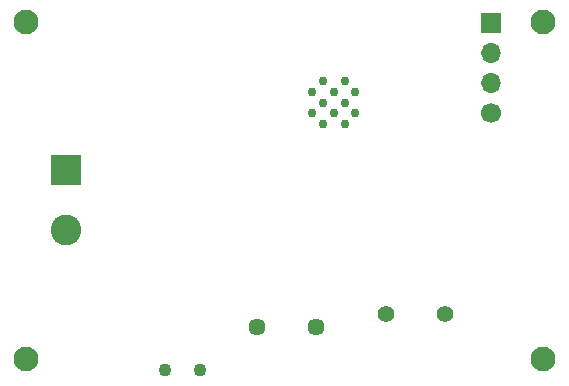
<source format=gbs>
G04 #@! TF.GenerationSoftware,KiCad,Pcbnew,(5.1.9)-1*
G04 #@! TF.CreationDate,2021-04-10T16:29:17+02:00*
G04 #@! TF.ProjectId,eerste_versie,65657273-7465-45f7-9665-727369652e6b,rev?*
G04 #@! TF.SameCoordinates,Original*
G04 #@! TF.FileFunction,Soldermask,Bot*
G04 #@! TF.FilePolarity,Negative*
%FSLAX46Y46*%
G04 Gerber Fmt 4.6, Leading zero omitted, Abs format (unit mm)*
G04 Created by KiCad (PCBNEW (5.1.9)-1) date 2021-04-10 16:29:17*
%MOMM*%
%LPD*%
G01*
G04 APERTURE LIST*
%ADD10C,1.102360*%
%ADD11R,2.600000X2.600000*%
%ADD12C,2.600000*%
%ADD13R,1.700000X1.700000*%
%ADD14O,1.700000X1.700000*%
%ADD15C,1.700000*%
%ADD16C,1.450000*%
%ADD17C,2.100000*%
%ADD18C,1.408000*%
%ADD19C,0.762000*%
G04 APERTURE END LIST*
D10*
X124802900Y-136842500D03*
X127800100Y-136842500D03*
D11*
X116459000Y-119888000D03*
D12*
X116459000Y-124968000D03*
D13*
X152400000Y-107410000D03*
D14*
X152400000Y-109950000D03*
X152400000Y-112490000D03*
D15*
X152400000Y-115030000D03*
D16*
X137628000Y-133190000D03*
X132628000Y-133190000D03*
D17*
X156845000Y-135890000D03*
X113030000Y-107315000D03*
X156845000Y-107315000D03*
X113030000Y-135890000D03*
D18*
X148550000Y-132080000D03*
X143550000Y-132080000D03*
D19*
X140007500Y-116015000D03*
X138172500Y-116015000D03*
X140007500Y-112345000D03*
X138172500Y-112345000D03*
X140007500Y-114180000D03*
X138172500Y-114180000D03*
X140925000Y-115097500D03*
X139090000Y-115097500D03*
X137255000Y-115097500D03*
X140925000Y-113262500D03*
X137255000Y-113262500D03*
X139090000Y-113262500D03*
M02*

</source>
